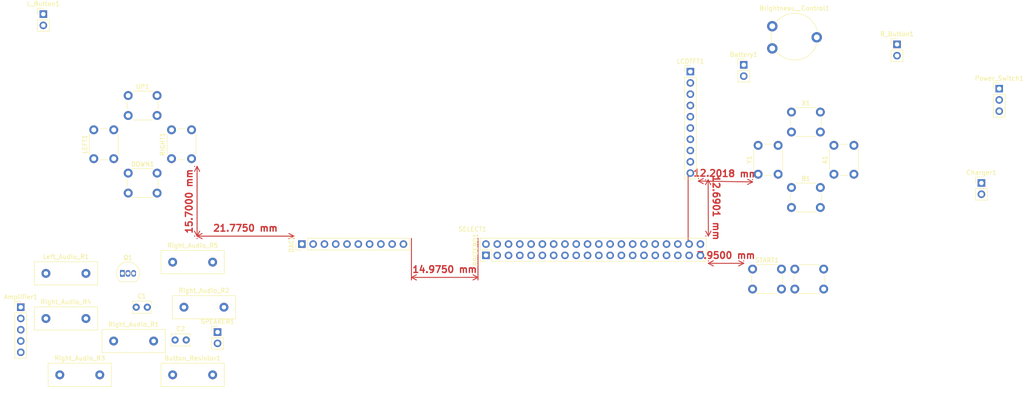
<source format=kicad_pcb>
(kicad_pcb (version 20211014) (generator pcbnew)
  (layers (0 "F.Cu" signal) (31 "B.Cu" signal) (34 "B.Paste" user) (35 "F.Paste" user) (36 "B.SilkS" user "B.Silkscreen") (37 "F.SilkS" user "F.Silkscreen") (38 "B.Mask" user) (39 "F.Mask" user) (44 "Edge.Cuts" user))
  (net 0 "")
  (net 1 "Net-(RPIZERO1-Pad32)")
  (net 2 "Net-(L_Button1-Pad2)")
  (net 3 "Net-(Amplifier1-Pad1)")
  (net 4 "Net-(RPIZERO1-Pad34)")
  (net 6 "Net-(Brightness__Control1-Pad1)")
  (net 7 "Net-(RPIZERO1-Pad15)")
  (net 8 "Net-(Power_Switch1-Pad1)")
  (net 9 "Net-(RPIZERO1-Pad14)")
  (net 10 "Net-(Brightness__Control1-Pad2)")
  (net 11 "Net-(Brightness__Control1-Pad3)")
  (net 12 "Net-(RPIZERO1-Pad39)")
  (net 13 "Net-(C1-Pad1)")
  (net 14 "Net-(SPEAKER1-Pad1)")
  (net 15 "Net-(C2-Pad2)")
  (net 17 "Net-(DAC1-Pad3)")
  (net 18 "Net-(DAC1-Pad4)")
  (net 19 "Net-(DAC1-Pad5)")
  (net 20 "Net-(DAC1-Pad6)")
  (net 21 "Net-(DAC1-Pad7)")
  (net 22 "Net-(DAC1-Pad9)")
  (net 24 "Net-(RPIZERO1-Pad31)")
  (net 26 "Net-(LCDTFT1-Pad2)")
  (net 27 "Net-(LCDTFT1-Pad4)")
  (net 28 "Net-(LCDTFT1-Pad5)")
  (net 29 "Net-(LCDTFT1-Pad6)")
  (net 30 "Net-(LCDTFT1-Pad7)")
  (net 31 "Net-(LCDTFT1-Pad8)")
  (net 32 "Net-(LCDTFT1-Pad9)")
  (net 33 "Net-(RPIZERO1-Pad33)")
  (net 34 "Net-(RPIZERO1-Pad7)")
  (net 35 "Net-(Power_Switch1-Pad2)")
  (net 37 "Net-(Q1-Pad1)")
  (net 38 "Net-(RPIZERO1-Pad37)")
  (net 44 "Net-(RPIZERO1-Pad10)")
  (net 45 "Net-(RPIZERO1-Pad11)")
  (net 46 "Net-(X1-Pad1)")
  (net 52 "Net-(RPIZERO1-Pad29)")
  (net 54 "Net-(SELECT1-Pad2)")
  (net 55 "Net-(START1-Pad2)")
  (footprint "Connector_PinHeader_2.54mm:PinHeader_1x10_P2.54mm_Vertical" (layer "F.Cu") (at 171 56.14)
    (fp_text reference "LCDTFT1" (at 0 -2.33) (layer "F.SilkS"))
    (fp_text value "Conn_01x10")
    (fp_line (start -1.33 24.19) (end 1.33 24.19) (layer "F.SilkS") (width 0.12))
    (fp_line (start 1.33 1.27) (end 1.33 24.19) (layer "F.SilkS") (width 0.12))
    (fp_line (start -1.33 -1.33) (end 0 -1.33) (layer "F.SilkS") (width 0.12))
    (fp_line (start -1.33 1.27) (end -1.33 24.19) (layer "F.SilkS") (width 0.12))
    (fp_line (start -1.33 1.27) (end 1.33 1.27) (layer "F.SilkS") (width 0.12))
    (fp_line (start -1.33 0) (end -1.33 -1.33) (layer "F.SilkS") (width 0.12))
    (pad "1" thru_hole rect locked (at 0 0) (size 1.7 1.7) (drill 1) (layers *.Cu *.Mask))
    (pad "2" thru_hole oval locked (at 0 2.54) (size 1.7 1.7) (drill 1) (layers *.Cu *.Mask) (net 26 "Net-(LCDTFT1-Pad2)"))
    (pad "3" thru_hole oval locked (at 0 5.08) (size 1.7 1.7) (drill 1) (layers *.Cu *.Mask) (net 10 "Net-(Brightness__Control1-Pad2)"))
    (pad "4" thru_hole oval locked (at 0 7.62) (size 1.7 1.7) (drill 1) (layers *.Cu *.Mask) (net 27 "Net-(LCDTFT1-Pad4)"))
    (pad "5" thru_hole oval locked (at 0 10.16) (size 1.7 1.7) (drill 1) (layers *.Cu *.Mask) (net 28 "Net-(LCDTFT1-Pad5)"))
    (pad "6" thru_hole oval locked (at 0 12.7) (size 1.7 1.7) (drill 1) (layers *.Cu *.Mask) (net 29 "Net-(LCDTFT1-Pad6)"))
    (pad "7" thru_hole oval locked (at 0 15.24) (size 1.7 1.7) (drill 1) (layers *.Cu *.Mask) (net 30 "Net-(LCDTFT1-Pad7)"))
    (pad "8" thru_hole oval locked (at 0 17.78) (size 1.7 1.7) (drill 1) (layers *.Cu *.Mask) (net 31 "Net-(LCDTFT1-Pad8)"))
    (pad "9" thru_hole oval locked (at 0 20.32) (size 1.7 1.7) (drill 1) (layers *.Cu *.Mask) (net 32 "Net-(LCDTFT1-Pad9)"))
    (pad "10" thru_hole oval locked (at 0 22.86) (size 1.7 1.7) (drill 1) (layers *.Cu *.Mask) (net 6 "Net-(Brightness__Control1-Pad1)"))
  )
  (footprint "Resistor_THT:R_Box_L14.0mm_W5.0mm_P9.00mm" (layer "F.Cu") (at 29.1 124.46)
    (fp_text reference "Right_Audio_R3" (at 4.5 -3.75) (layer "F.SilkS"))
    (fp_text value "1000")
    (fp_line (start -2.62 -2.62) (end -2.62 2.62) (layer "F.SilkS") (width 0.12))
    (fp_line (start -2.62 -2.62) (end 11.62 -2.62) (layer "F.SilkS") (width 0.12))
    (fp_line (start -2.62 2.62) (end 11.62 2.62) (layer "F.SilkS") (width 0.12))
    (fp_line (start 11.62 -2.62) (end 11.62 2.62) (layer "F.SilkS") (width 0.12))
    (pad "1" thru_hole circle (at 0 0) (size 2 2) (drill 1) (layers *.Cu *.Mask) (net 13 "Net-(C1-Pad1)"))
    (pad "2" thru_hole circle (at 9 0) (size 2 2) (drill 1) (layers *.Cu *.Mask) (net 4 "Net-(RPIZERO1-Pad34)"))
  )
  (footprint "Connector_PinHeader_2.54mm:PinHeader_1x03_P2.54mm_Vertical" (layer "F.Cu") (at 240.5 59.975)
    (fp_text reference "Power_Switch1" (at 0 -2.33) (layer "F.SilkS"))
    (fp_text value "SW_SPDT")
    (fp_line (start 1.33 1.27) (end 1.33 6.41) (layer "F.SilkS") (width 0.12))
    (fp_line (start -1.33 6.41) (end 1.33 6.41) (layer "F.SilkS") (width 0.12))
    (fp_line (start -1.33 -1.33) (end 0 -1.33) (layer "F.SilkS") (width 0.12))
    (fp_line (start -1.33 1.27) (end -1.33 6.41) (layer "F.SilkS") (width 0.12))
    (fp_line (start -1.33 0) (end -1.33 -1.33) (layer "F.SilkS") (width 0.12))
    (fp_line (start -1.33 1.27) (end 1.33 1.27) (layer "F.SilkS") (width 0.12))
    (pad "1" thru_hole rect (at 0 0) (size 1.7 1.7) (drill 1) (layers *.Cu *.Mask) (net 8 "Net-(Power_Switch1-Pad1)"))
    (pad "2" thru_hole oval (at 0 2.54) (size 1.7 1.7) (drill 1) (layers *.Cu *.Mask) (net 35 "Net-(Power_Switch1-Pad2)"))
    (pad "3" thru_hole oval (at 0 5.08) (size 1.7 1.7) (drill 1) (layers *.Cu *.Mask))
  )
  (footprint "Capacitor_THT:C_Rect_L4.0mm_W2.5mm_P2.50mm" (layer "F.Cu") (at 55.05 116.6)
    (fp_text reference "C2" (at 1.25 -2.5) (layer "F.SilkS"))
    (fp_text value "C_Polarized_Small")
    (fp_line (start -0.87 1.37) (end 3.37 1.37) (layer "F.SilkS") (width 0.12))
    (fp_line (start -0.87 -1.37) (end -0.87 -0.665) (layer "F.SilkS") (width 0.12))
    (fp_line (start 3.37 -1.37) (end 3.37 -0.665) (layer "F.SilkS") (width 0.12))
    (fp_line (start -0.87 -1.37) (end 3.37 -1.37) (layer "F.SilkS") (width 0.12))
    (fp_line (start -0.87 0.665) (end -0.87 1.37) (layer "F.SilkS") (width 0.12))
    (fp_line (start 3.37 0.665) (end 3.37 1.37) (layer "F.SilkS") (width 0.12))
    (pad "1" thru_hole circle (at 0 0) (size 1.6 1.6) (drill 0.8) (layers *.Cu *.Mask) (net 14 "Net-(SPEAKER1-Pad1)"))
    (pad "2" thru_hole circle (at 2.5 0) (size 1.6 1.6) (drill 0.8) (layers *.Cu *.Mask) (net 15 "Net-(C2-Pad2)"))
  )
  (footprint "Connector_PinHeader_2.54mm:PinHeader_1x02_P2.54mm_Vertical" (layer "F.Cu") (at 217.5 50)
    (fp_text reference "R_Button1" (at 0 -2.33) (layer "F.SilkS"))
    (fp_text value "Conn_01x02")
    (fp_line (start -1.33 3.87) (end 1.33 3.87) (layer "F.SilkS") (width 0.12))
    (fp_line (start -1.33 -1.33) (end 0 -1.33) (layer "F.SilkS") (width 0.12))
    (fp_line (start -1.33 0) (end -1.33 -1.33) (layer "F.SilkS") (width 0.12))
    (fp_line (start -1.33 1.27) (end -1.33 3.87) (layer "F.SilkS") (width 0.12))
    (fp_line (start -1.33 1.27) (end 1.33 1.27) (layer "F.SilkS") (width 0.12))
    (fp_line (start 1.33 1.27) (end 1.33 3.87) (layer "F.SilkS") (width 0.12))
    (pad "1" thru_hole rect (at 0 0) (size 1.7 1.7) (drill 1) (layers *.Cu *.Mask) (net 44 "Net-(RPIZERO1-Pad10)"))
    (pad "2" thru_hole oval (at 0 2.54) (size 1.7 1.7) (drill 1) (layers *.Cu *.Mask) (net 2 "Net-(L_Button1-Pad2)"))
  )
  (footprint "Connector_PinHeader_2.54mm:PinHeader_2x20_P2.54mm_Vertical" (layer "F.Cu") (at 125 97.54 90)
    (fp_text reference "RPIZERO1" (at 1.27 -2.33 90) (layer "F.SilkS"))
    (fp_text value "Conn_02x20_Odd_Even")
    (fp_line (start -1.33 -1.33) (end 0 -1.33) (layer "F.SilkS") (width 0.12))
    (fp_line (start -1.33 0) (end -1.33 -1.33) (layer "F.SilkS") (width 0.12))
    (fp_line (start 3.87 -1.33) (end 3.87 49.59) (layer "F.SilkS") (width 0.12))
    (fp_line (start 1.27 -1.33) (end 3.87 -1.33) (layer "F.SilkS") (width 0.12))
    (fp_line (start -1.33 1.27) (end -1.33 49.59) (layer "F.SilkS") (width 0.12))
    (fp_line (start 1.27 1.27) (end 1.27 -1.33) (layer "F.SilkS") (width 0.12))
    (fp_line (start -1.33 1.27) (end 1.27 1.27) (layer "F.SilkS") (width 0.12))
    (fp_line (start -1.33 49.59) (end 3.87 49.59) (layer "F.SilkS") (width 0.12))
    (pad "1" thru_hole rect locked (at 0 0 90) (size 1.7 1.7) (drill 1) (layers *.Cu *.Mask))
    (pad "2" thru_hole oval locked (at 2.54 0 90) (size 1.7 1.7) (drill 1) (layers *.Cu *.Mask) (net 35 "Net-(Power_Switch1-Pad2)"))
    (pad "3" thru_hole oval locked (at 0 2.54 90) (size 1.7 1.7) (drill 1) (layers *.Cu *.Mask))
    (pad "4" thru_hole oval locked (at 2.54 2.54 90) (size 1.7 1.7) (drill 1) (layers *.Cu *.Mask) (net 6 "Net-(Brightness__Control1-Pad1)"))
    (pad "5" thru_hole oval locked (at 0 5.08 90) (size 1.7 1.7) (drill 1) (layers *.Cu *.Mask))
    (pad "6" thru_hole oval locked (at 2.54 5.08 90) (size 1.7 1.7) (drill 1) (layers *.Cu *.Mask) (net 17 "Net-(DAC1-Pad3)"))
    (pad "7" thru_hole oval locked (at 0 7.62 90) (size 1.7 1.7) (drill 1) (layers *.Cu *.Mask) (net 34 "Net-(RPIZERO1-Pad7)"))
    (pad "8" thru_hole oval locked (at 2.54 7.62 90) (size 1.7 1.7) (drill 1) (layers *.Cu *.Mask))
    (pad "9" thru_hole oval locked (at 0 10.16 90) (size 1.7 1.7) (drill 1) (layers *.Cu *.Mask))
    (pad "10" thru_hole oval locked (at 2.54 10.16 90) (size 1.7 1.7) (drill 1) (layers *.Cu *.Mask) (net 44 "Net-(RPIZERO1-Pad10)"))
    (pad "11" thru_hole oval locked (at 0 12.7 90) (size 1.7 1.7) (drill 1) (layers *.Cu *.Mask) (net 45 "Net-(RPIZERO1-Pad11)"))
    (pad "12" thru_hole oval locked (at 2.54 12.7 90) (size 1.7 1.7) (drill 1) (layers *.Cu *.Mask) (net 20 "Net-(DAC1-Pad6)"))
    (pad "13" thru_hole oval locked (at 0 15.24 90) (size 1.7 1.7) (drill 1) (layers *.Cu *.Mask) (net 46 "Net-(X1-Pad1)"))
    (pad "14" thru_hole oval locked (at 2.54 15.24 90) (size 1.7 1.7) (drill 1) (layers *.Cu *.Mask) (net 9 "Net-(RPIZERO1-Pad14)"))
    (pad "15" thru_hole oval locked (at 0 17.78 90) (size 1.7 1.7) (drill 1) (layers *.Cu *.Mask) (net 7 "Net-(RPIZERO1-Pad15)"))
    (pad "16" thru_hole oval locked (at 2.54 17.78 90) (size 1.7 1.7) (drill 1) (layers *.Cu *.Mask))
    (pad "17" thru_hole oval locked (at 0 20.32 90) (size 1.7 1.7) (drill 1) (layers *.Cu *.Mask))
    (pad "18" thru_hole oval locked (at 2.54 20.32 90) (size 1.7 1.7) (drill 1) (layers *.Cu *.Mask) (net 29 "Net-(LCDTFT1-Pad6)"))
    (pad "19" thru_hole oval locked (at 0 22.86 90) (size 1.7 1.7) (drill 1) (layers *.Cu *.Mask) (net 28 "Net-(LCDTFT1-Pad5)"))
    (pad "20" thru_hole oval locked (at 2.54 22.86 90) (size 1.7 1.7) (drill 1) (layers *.Cu *.Mask) (net 32 "Net-(LCDTFT1-Pad9)"))
    (pad "21" thru_hole oval locked (at 0 25.4 90) (size 1.7 1.7) (drill 1) (layers *.Cu *.Mask) (net 26 "Net-(LCDTFT1-Pad2)"))
    (pad "22" thru_hole oval locked (at 2.54 25.4 90) (size 1.7 1.7) (drill 1) (layers *.Cu *.Mask) (net 30 "Net-(LCDTFT1-Pad7)"))
    (pad "23" thru_hole oval locked (at 0 27.94 90) (size 1.7 1.7) (drill 1) (layers *.Cu *.Mask) (net 27 "Net-(LCDTFT1-Pad4)"))
    (pad "24" thru_hole oval locked (at 2.54 27.94 90) (size 1.7 1.7) (drill 1) (layers *.Cu *.Mask) (net 31 "Net-(LCDTFT1-Pad8)"))
    (pad "25" thru_hole oval locked (at 0 30.48 90) (size 1.7 1.7) (drill 1) (layers *.Cu *.Mask) (net 11 "Net-(Brightness__Control1-Pad3)"))
    (pad "26" thru_hole oval locked (at 2.54 30.48 90) (size 1.7 1.7) (drill 1) (layers *.Cu *.Mask))
    (pad "27" thru_hole oval locked (at 0 33.02 90) (size 1.7 1.7) (drill 1) (layers *.Cu *.Mask))
    (pad "28" thru_hole oval locked (at 2.54 33.02 90) (size 1.7 1.7) (drill 1) (layers *.Cu *.Mask))
    (pad "29" thru_hole oval locked (at 0 35.56 90) (size 1.7 1.7) (drill 1) (layers *.Cu *.Mask) (net 52 "Net-(RPIZERO1-Pad29)"))
    (pad "30" thru_hole oval locked (at 2.54 35.56 90) (size 1.7 1.7) (drill 1) (layers *.Cu *.Mask))
    (pad "31" thru_hole oval locked (at 0 38.1 90) (size 1.7 1.7) (drill 1) (layers *.Cu *.Mask) (net 24 "Net-(RPIZERO1-Pad31)"))
    (pad "32" thru_hole oval locked (at 2.54 38.1 90) (size 1.7 1.7) (drill 1) (layers *.Cu *.Mask) (net 1 "Net-(RPIZERO1-Pad32)"))
    (pad "33" thru_hole oval locked (at 0 40.64 90) (size 1.7 1.7) (drill 1) (layers *.Cu *.Mask) (net 33 "Net-(RPIZERO1-Pad33)"))
    (pad "34" thru_hole oval locked (at 2.54 40.64 90) (size 1.7 1.7) (drill 1) (layers *.Cu *.Mask) (net 4 "Net-(RPIZERO1-Pad34)"))
    (pad "35" thru_hole oval locked (at 0 43.18 90) (size 1.7 1.7) (drill 1) (layers *.Cu *.Mask) (net 18 "Net-(DAC1-Pad4)"))
    (pad "36" thru_hole oval locked (at 2.54 43.18 90) (size 1.7 1.7) (drill 1) (layers *.Cu *.Mask) (net 54 "Net-(SELECT1-Pad2)"))
    (pad "37" thru_hole oval locked (at 0 45.72 90) (size 1.7 1.7) (drill 1) (layers *.Cu *.Mask) (net 38 "Net-(RPIZERO1-Pad37)"))
    (pad "38" thru_hole oval locked (at 2.54 45.72 90) (size 1.7 1.7) (drill 1) (layers *.Cu *.Mask) (net 55 "Net-(START1-Pad2)"))
    (pad "39" thru_hole oval locked (at 0 48.26 90) (size 1.7 1.7) (drill 1) (layers *.Cu *.Mask) (net 12 "Net-(RPIZERO1-Pad39)"))
    (pad "40" thru_hole oval locked (at 2.54 48.26 90) (size 1.7 1.7) (drill 1) (layers *.Cu *.Mask) (net 19 "Net-(DAC1-Pad5)"))
  )
  (footprint "Button_Switch_THT:SW_PUSH_6mm" (layer "F.Cu") (at 44.492271 61.524761)
    (fp_text reference "UP1" (at 3.25 -2) (layer "F.SilkS"))
    (fp_text value "SW_Push_Dual")
    (fp_line (start 5.5 -1) (end 1 -1) (layer "F.SilkS") (width 0.12))
    (fp_line (start 1 5.5) (end 5.5 5.5) (layer "F.SilkS") (width 0.12))
    (fp_line (start -0.25 1.5) (end -0.25 3) (layer "F.SilkS") (width 0.12))
    (fp_line (start 6.75 3) (end 6.75 1.5) (layer "F.SilkS") (width 0.12))
    (pad "1" thru_hole circle locked (at 0 0 90) (size 2 2) (drill 1.1) (layers *.Cu *.Mask) (net 2 "Net-(L_Button1-Pad2)"))
    (pad "1" thru_hole circle locked (at 6.5 0 90) (size 2 2) (drill 1.1) (layers *.Cu *.Mask) (net 2 "Net-(L_Button1-Pad2)"))
    (pad "2" thru_hole circle locked (at 0 4.5 90) (size 2 2) (drill 1.1) (layers *.Cu *.Mask) (net 52 "Net-(RPIZERO1-Pad29)"))
    (pad "2" thru_hole circle locked (at 6.5 4.5 90) (size 2 2) (drill 1.1) (layers *.Cu *.Mask) (net 52 "Net-(RPIZERO1-Pad29)"))
  )
  (footprint "Connector_PinHeader_2.54mm:PinHeader_1x02_P2.54mm_Vertical" (layer "F.Cu") (at 236.5 81.225)
    (fp_text reference "Charger1" (at 0 -2.33) (layer "F.SilkS"))
    (fp_text value "Conn_01x02")
    (fp_line (start -1.33 1.27) (end 1.33 1.27) (layer "F.SilkS") (width 0.12))
    (fp_line (start 1.33 1.27) (end 1.33 3.87) (layer "F.SilkS") (width 0.12))
    (fp_line (start -1.33 3.87) (end 1.33 3.87) (layer "F.SilkS") (width 0.12))
    (fp_line (start -1.33 0) (end -1.33 -1.33) (layer "F.SilkS") (width 0.12))
    (fp_line (start -1.33 -1.33) (end 0 -1.33) (layer "F.SilkS") (width 0.12))
    (fp_line (start -1.33 1.27) (end -1.33 3.87) (layer "F.SilkS") (width 0.12))
    (pad "1" thru_hole rect (at 0 0) (size 1.7 1.7) (drill 1) (layers *.Cu *.Mask) (net 8 "Net-(Power_Switch1-Pad1)"))
    (pad "2" thru_hole oval (at 0 2.54) (size 1.7 1.7) (drill 1) (layers *.Cu *.Mask) (net 9 "Net-(RPIZERO1-Pad14)"))
  )
  (footprint "Resistor_THT:R_Box_L14.0mm_W5.0mm_P9.00mm" (layer "F.Cu") (at 54.5 99.06)
    (fp_text reference "Right_Audio_R5" (at 4.5 -3.75) (layer "F.SilkS"))
    (fp_text value "20")
    (fp_line (start -2.62 2.62) (end 11.62 2.62) (layer "F.SilkS") (width 0.12))
    (fp_line (start -2.62 -2.62) (end -2.62 2.62) (layer "F.SilkS") (width 0.12))
    (fp_line (start -2.62 -2.62) (end 11.62 -2.62) (layer "F.SilkS") (width 0.12))
    (fp_line (start 11.62 -2.62) (end 11.62 2.62) (layer "F.SilkS") (width 0.12))
    (pad "1" thru_hole circle (at 0 0) (size 2 2) (drill 1) (layers *.Cu *.Mask) (net 37 "Net-(Q1-Pad1)"))
    (pad "2" thru_hole circle (at 9 0) (size 2 2) (drill 1) (layers *.Cu *.Mask) (net 4 "Net-(RPIZERO1-Pad34)"))
  )
  (footprint "Potentiometer_THT:Potentiometer_Piher_PT-10-V10_Vertical" (layer "F.Cu") (at 189.435 50.91)
    (fp_text reference "Brightness__Control1" (at 5 -9.05) (layer "F.SilkS"))
    (fp_text value "10k")
    (fp_arc (start 10.039726 -1.109201) (mid 8.134716 1.586326) (end 5 2.62) (layer "F.SilkS") (width 0.12))
    (fp_arc (start 5.09203 2.619358) (mid 2.983245 2.219015) (end 1.209 1.011) (layer "F.SilkS") (width 0.12))
    (fp_arc (start -0.11439 -1.375119) (mid -0.269093 -2.512295) (end -0.174 -3.656) (layer "F.SilkS") (width 0.12))
    (fp_arc (start 0.963379 -6.038474) (mid 6.186565 -7.784991) (end 10.114 -3.924) (layer "F.SilkS") (width 0.12))
    (pad "1" thru_hole circle (at 0 0) (size 2.34 2.34) (drill 1.3) (layers *.Cu *.Mask) (net 6 "Net-(Brightness__Control1-Pad1)"))
    (pad "2" thru_hole circle (at 10 -2.5) (size 2.34 2.34) (drill 1.3) (layers *.Cu *.Mask) (net 10 "Net-(Brightness__Control1-Pad2)"))
    (pad "3" thru_hole circle (at 0 -5) (size 2.34 2.34) (drill 1.3) (layers *.Cu *.Mask) (net 11 "Net-(Brightness__Control1-Pad3)"))
  )
  (footprint "Connector_PinHeader_2.54mm:PinHeader_1x02_P2.54mm_Vertical" (layer "F.Cu") (at 64.6 114.825)
    (fp_text reference "SPEAKER1" (at 0 -2.33) (layer "F.SilkS"))
    (fp_text value "Conn_01x02")
    (fp_line (start -1.33 1.27) (end -1.33 3.87) (layer "F.SilkS") (width 0.12))
    (fp_line (start -1.33 -1.33) (end 0 -1.33) (layer "F.SilkS") (width 0.12))
    (fp_line (start -1.33 0) (end -1.33 -1.33) (layer "F.SilkS") (width 0.12))
    (fp_line (start -1.33 3.87) (end 1.33 3.87) (layer "F.SilkS") (width 0.12))
    (fp_line (start -1.33 1.27) (end 1.33 1.27) (layer "F.SilkS") (width 0.12))
    (fp_line (start 1.33 1.27) (end 1.33 3.87) (layer "F.SilkS") (width 0.12))
    (pad "1" thru_hole rect (at 0 0) (size 1.7 1.7) (drill 1) (layers *.Cu *.Mask) (net 14 "Net-(SPEAKER1-Pad1)"))
    (pad "2" thru_hole oval (at 0 2.54) (size 1.7 1.7) (drill 1) (layers *.Cu *.Mask) (net 4 "Net-(RPIZERO1-Pad34)"))
  )
  (footprint "Button_Switch_THT:SW_PUSH_6mm" (layer "F.Cu") (at 203.3 79.25 90)
    (fp_text reference "A1" (at 3.25 -2 90) (layer "F.SilkS"))
    (fp_text value "SW_Push_Dual")
    (fp_line (start 1 5.5) (end 5.5 5.5) (layer "F.SilkS") (width 0.12))
    (fp_line (start -0.25 1.5) (end -0.25 3) (layer "F.SilkS") (width 0.12))
    (fp_line (start 5.5 -1) (end 1 -1) (layer "F.SilkS") (width 0.12))
    (fp_line (start 6.75 3) (end 6.75 1.5) (layer "F.SilkS") (width 0.12))
    (pad "1" thru_hole circle locked (at 0 0 180) (size 2 2) (drill 1.1) (layers *.Cu *.Mask) (net 1 "Net-(RPIZERO1-Pad32)"))
    (pad "1" thru_hole circle locked (at 6.5 0 180) (size 2 2) (drill 1.1) (layers *.Cu *.Mask) (net 1 "Net-(RPIZERO1-Pad32)"))
    (pad "2" thru_hole circle locked (at 6.5 4.5 180) (size 2 2) (drill 1.1) (layers *.Cu *.Mask) (net 2 "Net-(L_Button1-Pad2)"))
    (pad "2" thru_hole circle locked (at 0 4.5 180) (size 2 2) (drill 1.1) (layers *.Cu *.Mask) (net 2 "Net-(L_Button1-Pad2)"))
  )
  (footprint "Button_Switch_THT:SW_PUSH_6mm" (layer "F.Cu") (at 44.5 79)
    (fp_text reference "DOWN1" (at 3.25 -2) (layer "F.SilkS"))
    (fp_text value "SW_Push_Dual")
    (fp_line (start 5.5 -1) (end 1 -1) (layer "F.SilkS") (width 0.12))
    (fp_line (start 1 5.5) (end 5.5 5.5) (layer "F.SilkS") (width 0.12))
    (fp_line (start 6.75 3) (end 6.75 1.5) (layer "F.SilkS") (width 0.12))
    (fp_line (start -0.25 1.5) (end -0.25 3) (layer "F.SilkS") (width 0.12))
    (pad "1" thru_hole circle locked (at 0 0 90) (size 2 2) (drill 1.1) (layers *.Cu *.Mask) (net 2 "Net-(L_Button1-Pad2)"))
    (pad "1" thru_hole circle locked (at 6.5 0 90) (size 2 2) (drill 1.1) (layers *.Cu *.Mask) (net 2 "Net-(L_Button1-Pad2)"))
    (pad "2" thru_hole circle locked (at 0 4.5 90) (size 2 2) (drill 1.1) (layers *.Cu *.Mask) (net 24 "Net-(RPIZERO1-Pad31)"))
    (pad "2" thru_hole circle locked (at 6.5 4.5 90) (size 2 2) (drill 1.1) (layers *.Cu *.Mask) (net 24 "Net-(RPIZERO1-Pad31)"))
  )
  (footprint "Button_Switch_THT:SW_PUSH_6mm" (layer "F.Cu") (at 193.75 82.25)
    (fp_text reference "B1" (at 3.25 -2) (layer "F.SilkS"))
    (fp_text value "SW_Push_Dual")
    (fp_line (start 1 5.5) (end 5.5 5.5) (layer "F.SilkS") (width 0.12))
    (fp_line (start 6.75 3) (end 6.75 1.5) (layer "F.SilkS") (width 0.12))
    (fp_line (start -0.25 1.5) (end -0.25 3) (layer "F.SilkS") (width 0.12))
    (fp_line (start 5.5 -1) (end 1 -1) (layer "F.SilkS") (width 0.12))
    (pad "1" thru_hole circle locked (at 6.5 0 90) (size 2 2) (drill 1.1) (layers *.Cu *.Mask) (net 7 "Net-(RPIZERO1-Pad15)"))
    (pad "1" thru_hole circle locked (at 0 0 90) (size 2 2) (drill 1.1) (layers *.Cu *.Mask) (net 7 "Net-(RPIZERO1-Pad15)"))
    (pad "2" thru_hole circle locked (at 6.5 4.5 90) (size 2 2) (drill 1.1) (layers *.Cu *.Mask) (net 2 "Net-(L_Button1-Pad2)"))
    (pad "2" thru_hole circle locked (at 0 4.5 90) (size 2 2) (drill 1.1) (layers *.Cu *.Mask) (net 2 "Net-(L_Button1-Pad2)"))
  )
  (footprint "Connector_PinHeader_2.54mm:PinHeader_1x02_P2.54mm_Vertical" (layer "F.Cu") (at 183.01 54.615)
    (fp_text reference "Battery1" (at 0 -2.33) (layer "F.SilkS"))
    (fp_text value "Conn_01x02")
    (fp_line (start -1.33 0) (end -1.33 -1.33) (layer "F.SilkS") (width 0.12))
    (fp_line (start 1.33 1.27) (end 1.33 3.87) (layer "F.SilkS") (width 0.12))
    (fp_line (start -1.33 1.27) (end 1.33 1.27) (layer "F.SilkS") (width 0.12))
    (fp_line (start -1.33 1.27) (end -1.33 3.87) (layer "F.SilkS") (width 0.12))
    (fp_line (start -1.33 3.87) (end 1.33 3.87) (layer "F.SilkS") (width 0.12))
    (fp_line (start -1.33 -1.33) (end 0 -1.33) (layer "F.SilkS") (width 0.12))
    (pad "1" thru_hole rect (at 0 0) (size 1.7 1.7) (drill 1) (layers *.Cu *.Mask) (net 8 "Net-(Power_Switch1-Pad1)"))
    (pad "2" thru_hole oval (at 0 2.54) (size 1.7 1.7) (drill 1) (layers *.Cu *.Mask) (net 9 "Net-(RPIZERO1-Pad14)"))
  )
  (footprint "Button_Switch_THT:SW_PUSH_6mm" (layer "F.Cu") (at 186.25 79.25 90)
    (fp_text reference "Y1" (at 3.25 -2 90) (layer "F.SilkS"))
    (fp_text value "SW_Push_Dual")
    (fp_line (start 5.5 -1) (end 1 -1) (layer "F.SilkS") (width 0.12))
    (fp_line (start 6.75 3) (end 6.75 1.5) (layer "F.SilkS") (width 0.12))
    (fp_line (start -0.25 1.5) (end -0.25 3) (layer "F.SilkS") (width 0.12))
    (fp_line (start 1 5.5) (end 5.5 5.5) (layer "F.SilkS") (width 0.12))
    (pad "1" thru_hole circle locked (at 6.5 0 180) (size 2 2) (drill 1.1) (layers *.Cu *.Mask) (net 45 "Net-(RPIZERO1-Pad11)"))
    (pad "1" thru_hole circle locked (at 0 0 180) (size 2 2) (drill 1.1) (layers *.Cu *.Mask) (net 45 "Net-(RPIZERO1-Pad11)"))
    (pad "2" thru_hole circle locked (at 0 4.5 180) (size 2 2) (drill 1.1) (layers *.Cu *.Mask) (net 2 "Net-(L_Button1-Pad2)"))
    (pad "2" thru_hole circle locked (at 6.5 4.5 180) (size 2 2) (drill 1.1) (layers *.Cu *.Mask) (net 2 "Net-(L_Button1-Pad2)"))
  )
  (footprint "Resistor_THT:R_Box_L14.0mm_W5.0mm_P9.00mm" (layer "F.Cu") (at 57.04 109.22)
    (fp_text reference "Right_Audio_R2" (at 4.5 -3.75) (layer "F.SilkS"))
    (fp_text value "3220")
    (fp_line (start -2.62 2.62) (end 11.62 2.62) (layer "F.SilkS") (width 0.12))
    (fp_line (start 11.62 -2.62) (end 11.62 2.62) (layer "F.SilkS") (width 0.12))
    (fp_line (start -2.62 -2.62) (end 11.62 -2.62) (layer "F.SilkS") (width 0.12))
    (fp_line (start -2.62 -2.62) (end -2.62 2.62) (layer "F.SilkS") (width 0.12))
    (pad "1" thru_hole circle (at 0 0) (size 2 2) (drill 1) (layers *.Cu *.Mask) (net 6 "Net-(Brightness__Control1-Pad1)"))
    (pad "2" thru_hole circle (at 9 0) (size 2 2) (drill 1) (layers *.Cu *.Mask) (net 13 "Net-(C1-Pad1)"))
  )
  (footprint "Resistor_THT:R_Box_L14.0mm_W5.0mm_P9.00mm" (layer "F.Cu") (at 25.98 111.76)
    (fp_text reference "Right_Audio_R4" (at 4.5 -3.75) (layer "F.SilkS"))
    (fp_text value "100")
    (fp_line (start -2.62 2.62) (end 11.62 2.62) (layer "F.SilkS") (width 0.12))
    (fp_line (start -2.62 -2.62) (end -2.62 2.62) (layer "F.SilkS") (width 0.12))
    (fp_line (start -2.62 -2.62) (end 11.62 -2.62) (layer "F.SilkS") (width 0.12))
    (fp_line (start 11.62 -2.62) (end 11.62 2.62) (layer "F.SilkS") (width 0.12))
    (pad "1" thru_hole circle (at 0 0) (size 2 2) (drill 1) (layers *.Cu *.Mask) (net 6 "Net-(Brightness__Control1-Pad1)"))
    (pad "2" thru_hole circle (at 9 0) (size 2 2) (drill 1) (layers *.Cu *.Mask) (net 15 "Net-(C2-Pad2)"))
  )
  (footprint "Resistor_THT:R_Box_L14.0mm_W5.0mm_P9.00mm" (layer "F.Cu") (at 54.5 124.46)
    (fp_text reference "Button_Resistor1" (at 4.5 -3.75) (layer "F.SilkS"))
    (fp_text value "10k")
    (fp_line (start 11.62 -2.62) (end 11.62 2.62) (layer "F.SilkS") (width 0.12))
    (fp_line (start -2.62 -2.62) (end 11.62 -2.62) (layer "F.SilkS") (width 0.12))
    (fp_line (start -2.62 2.62) (end 11.62 2.62) (layer "F.SilkS") (width 0.12))
    (fp_line (start -2.62 -2.62) (end -2.62 2.62) (layer "F.SilkS") (width 0.12))
    (pad "1" thru_hole circle (at 0 0) (size 2 2) (drill 1) (layers *.Cu *.Mask) (net 12 "Net-(RPIZERO1-Pad39)"))
    (pad "2" thru_hole circle (at 9 0) (size 2 2) (drill 1) (layers *.Cu *.Mask) (net 2 "Net-(L_Button1-Pad2)"))
  )
  (footprint "Capacitor_THT:C_Rect_L4.0mm_W2.5mm_P2.50mm" (layer "F.Cu") (at 46.3 109.22)
    (fp_text reference "C1" (at 1.25 -2.5) (layer "F.SilkS"))
    (fp_text value "C_Polarized_Small")
    (fp_line (start -0.87 -1.37) (end 3.37 -1.37) (layer "F.SilkS") (width 0.12))
    (fp_line (start -0.87 -1.37) (end -0.87 -0.665) (layer "F.SilkS") (width 0.12))
    (fp_line (start 3.37 -1.37) (end 3.37 -0.665) (layer "F.SilkS") (width 0.12))
    (fp_line (start -0.87 1.37) (end 3.37 1.37) (layer "F.SilkS") (width 0.12))
    (fp_line (start 3.37 0.665) (end 3.37 1.37) (layer "F.SilkS") (width 0.12))
    (fp_line (start -0.87 0.665) (end -0.87 1.37) (layer "F.SilkS") (width 0.12))
    (pad "1" thru_hole circle (at 0 0) (size 1.6 1.6) (drill 0.8) (layers *.Cu *.Mask) (net 13 "Net-(C1-Pad1)"))
    (pad "2" thru_hole circle (at 2.5 0) (size 1.6 1.6) (drill 0.8) (layers *.Cu *.Mask) (net 3 "Net-(Amplifier1-Pad1)"))
  )
  (footprint "Package_TO_SOT_THT:TO-92_Inline" (layer "F.Cu") (at 43.18 101.6)
    (fp_text reference "Q1" (at 1.27 -3.56) (layer "F.SilkS"))
    (fp_text value "S8050")
    (fp_line (start -0.53 1.85) (end 3.07 1.85) (layer "F.SilkS") (width 0.12))
    (fp_arc (start 1.27 -2.6) (mid 3.672087 -0.994977) (end 3.108478 1.838478) (layer "F.SilkS") (width 0.12))
    (fp_arc (start -0.568478 1.838478) (mid -1.132087 -0.994977) (end 1.27 -2.6) (layer "F.SilkS") (width 0.12))
    (pad "1" thru_hole rect (at 0 0) (size 1.05 1.5) (drill 0.75) (layers *.Cu *.Mask) (net 37 "Net-(Q1-Pad1)"))
    (pad "2" thru_hole oval (at 1.27 0) (size 1.05 1.5) (drill 0.75) (layers *.Cu *.Mask) (net 13 "Net-(C1-Pad1)"))
    (pad "3" thru_hole oval (at 2.54 0) (size 1.05 1.5) (drill 0.75) (layers *.Cu *.Mask) (net 15 "Net-(C2-Pad2)"))
  )
  (footprint "Button_Switch_THT:SW_PUSH_6mm" (layer "F.Cu") (at 194.5 100.625)
    (fp_text reference locked "SELECT1" (at -72.53 -8.99) (layer "F.SilkS"))
    (fp_text value "SW_Push_Dual")
    (fp_line (start 1 5.5) (end 5.5 5.5) (layer "F.SilkS") (width 0.12))
    (fp_line (start 6.75 3) (end 6.75 1.5) (layer "F.SilkS") (width 0.12))
    (fp_line (start -0.25 1.5) (end -0.25 3) (layer "F.SilkS") (width 0.12))
    (fp_line (start 5.5 -1) (end 1 -1) (layer "F.SilkS") (width 0.12))
    (pad "1" thru_hole circle locked (at 0 0 90) (size 2 2) (drill 1.1) (layers *.Cu *.Mask) (net 2 "Net-(L_Button1-Pad2)"))
    (pad "1" thru_hole circle locked (at 6.5 0 90) (size 2 2) (drill 1.1) (layers *.Cu *.Mask) (net 2 "Net-(L_Button1-Pad2)"))
    (pad "2" thru_hole circle locked (at 6.5 4.5 90) (size 2 2) (drill 1.1) (layers *.Cu *.Mask) (net 54 "Net-(SELECT1-Pad2)"))
    (pad "2" thru_hole circle locked (at 0 4.5 90) (size 2 2) (drill 1.1) (layers *.Cu *.Mask) (net 54 "Net-(SELECT1-Pad2)"))
  )
  (footprint "Button_Switch_THT:SW_PUSH_6mm" (layer "F.Cu") (at 36.75 75.75 90)
    (fp_text reference "LEFT1" (at 3.25 -2 90) (layer "F.SilkS"))
    (fp_text value "SW_Push_Dual")
    (fp_line (start -0.25 1.5) (end -0.25 3) (layer "F.SilkS") (width 0.12))
    (fp_line (start 6.75 3) (end 6.75 1.5) (layer "F.SilkS") (width 0.12))
    (fp_line (start 5.5 -1) (end 1 -1) (layer "F.SilkS") (width 0.12))
    (fp_line (start 1 5.5) (end 5.5 5.5) (layer "F.SilkS") (width 0.12))
    (pad "1" thru_hole circle locked (at 6.5 0 180) (size 2 2) (drill 1.1) (layers *.Cu *.Mask) (net 2 "Net-(L_Button1-Pad2)"))
    (pad "1" thru_hole circle locked (at 0 0 180) (size 2 2) (drill 1.1) (layers *.Cu *.Mask) (net 2 "Net-(L_Button1-Pad2)"))
    (pad "2" thru_hole circle locked (at 6.5 4.5 180) (size 2 2) (drill 1.1) (layers *.Cu *.Mask) (net 33 "Net-(RPIZERO1-Pad33)"))
    (pad "2" thru_hole circle locked (at 0 4.5 180) (size 2 2) (drill 1.1) (layers *.Cu *.Mask) (net 33 "Net-(RPIZERO1-Pad33)"))
  )
  (footprint "Connector_PinHeader_2.54mm:PinHeader_1x05_P2.54mm_Vertical" (layer "F.Cu") (at 20.32 109.22)
    (fp_text reference "Amplifier1" (at 0 -2.33) (layer "F.SilkS"))
    (fp_text value "Conn_01x05")
    (fp_line (start 1.33 1.27) (end 1.33 11.49) (layer "F.SilkS") (width 0.12))
    (fp_line (start -1.33 0) (end -1.33 -1.33) (layer "F.SilkS") (width 0.12))
    (fp_line (start -1.33 1.27) (end -1.33 11.49) (layer "F.SilkS") (width 0.12))
    (fp_line (start -1.33 1.27) (end 1.33 1.27) (layer "F.SilkS") (width 0.12))
    (fp_line (start -1.33 -1.33) (end 0 -1.33) (layer "F.SilkS") (width 0.12))
    (fp_line (start -1.33 11.49) (end 1.33 11.49) (layer "F.SilkS") (width 0.12))
    (pad "1" thru_hole rect (at 0 0) (size 1.7 1.7) (drill 1) (layers *.Cu *.Mask) (net 3 "Net-(Amplifier1-Pad1)"))
    (pad "2" thru_hole oval (at 0 2.54) (size 1.7 1.7) (drill 1) (layers *.Cu *.Mask) (net 4 "Net-(RPIZERO1-Pad34)"))
    (pad "3" thru_hole oval (at 0 5.08) (size 1.7 1.7) (drill 1) (layers *.Cu *.Mask))
    (pad "4" thru_hole oval (at 0 7.62) (size 1.7 1.7) (drill 1) (layers *.Cu *.Mask) (net 6 "Net-(Brightness__Control1-Pad1)"))
    (pad "5" thru_hole oval (at 0 10.16) (size 1.7 1.7) (drill 1) (layers *.Cu *.Mask) (net 4 "Net-(RPIZERO1-Pad34)"))
  )
  (footprint "Button_Switch_THT:SW_PUSH_6mm" (layer "F.Cu") (at 185 100.625)
    (fp_text reference "START1" (at 3.25 -2) (layer "F.SilkS"))
    (fp_text value "SW_Push_Dual")
    (fp_line (start -0.25 1.5) (end -0.25 3) (layer "F.SilkS") (width 0.12))
    (fp_line (start 1 5.5) (end 5.5 5.5) (layer "F.SilkS") (width 0.12))
    (fp_line (start 6.75 3) (end 6.75 1.5) (layer "F.SilkS") (width 0.12))
    (fp_line (start 5.5 -1) (end 1 -1) (layer "F.SilkS") (width 0.12))
    (pad "1" thru_hole circle locked (at 0 0 90) (size 2 2) (drill 1.1) (layers *.Cu *.Mask) (net 2 "Net-(L_Button1-Pad2)"))
    (pad "1" thru_hole circle locked (at 6.5 0 90) (size 2 2) (drill 1.1) (layers *.Cu *.Mask) (net 2 "Net-(L_Button1-Pad2)"))
    (pad "2" thru_hole circle locked (at 0 4.5 90) (size 2 2) (drill 1.1) (layers *.Cu *.Mask) (net 55 "Net-(START1-Pad2)"))
    (pad "2" thru_hole circle locked (at 6.5 4.5 90) (size 2 2) (drill 1.1) (layers *.Cu *.Mask) (net 55 "Net-(START1-Pad2)"))
  )
  (footprint "Connector_PinHeader_2.54mm:PinHeader_1x02_P2.54mm_Vertical" (layer "F.Cu") (at 25.4 43.18)
    (fp_text reference "L_Button1" (at 0 -2.33) (layer "F.SilkS"))
    (fp_text value "Conn_01x02")
    (fp_line (start -1.33 1.27) (end -1.33 3.87) (layer "F.SilkS") (width 0.12))
    (fp_line (start -1.33 3.87) (end 1.33 3.87) (layer "F.SilkS") (width 0.12))
    (fp_line (start -1.33 1.27) (end 1.33 1.27) (layer "F.SilkS") (width 0.12))
    (fp_line (start -1.33 -1.33) (end 0 -1.33) (layer "F.SilkS") (width 0.12))
    (fp_line (start 1.33 1.27) (end 1.33 3.87) (layer "F.SilkS") (width 0.12))
    (fp_line (start -1.33 0) (end -1.33 -1.33) (layer "F.SilkS") (width 0.12))
    (pad "1" thru_hole rect (at 0 0) (size 1.7 1.7) (drill 1) (layers *.Cu *.Mask) (net 34 "Net-(RPIZERO1-Pad7)"))
    (pad "2" thru_hole oval (at 0 2.54) (size 1.7 1.7) (drill 1) (layers *.Cu *.Mask) (net 2 "Net-(L_Button1-Pad2)"))
  )
  (footprint "Resistor_THT:R_Box_L14.0mm_W5.0mm_P9.00mm" (layer "F.Cu") (at 41.22 116.84)
    (fp_text reference "Right_Audio_R1" (at 4.5 -3.75) (layer "F.SilkS"))
    (fp_text value "100")
    (fp_line (start 11.62 -2.62) (end 11.62 2.62) (layer "F.SilkS") (width 0.12))
    (fp_line (start -2.62 -2.62) (end 11.62 -2.62) (layer "F.SilkS") (width 0.12))
    (fp_line (start -2.62 2.62) (end 11.62 2.62) (layer "F.SilkS") (width 0.12))
    (fp_line (start -2.62 -2.62) (end -2.62 2.62) (layer "F.SilkS") (width 0.12))
    (pad "1" thru_hole circle (at 0 0) (size 2 2) (drill 1) (layers *.Cu *.Mask) (net 22 "Net-(DAC1-Pad9)"))
    (pad "2" thru_hole circle (at 9 0) (size 2 2) (drill 1) (layers *.Cu *.Mask) (net 3 "Net-(Amplifier1-Pad1)"))
  )
  (footprint "Button_Switch_THT:SW_PUSH_6mm" (layer "F.Cu") (at 54.25 75.75 90)
    (fp_text reference "RIGHT1" (at 3.25 -2 90) (layer "F.SilkS"))
    (fp_text value "SW_Push_Dual")
    (fp_line (start 6.75 3) (end 6.75 1.5) (layer "F.SilkS") (width 0.12))
    (fp_line (start -0.25 1.5) (end -0.25 3) (layer "F.SilkS") (width 0.12))
    (fp_line (start 1 5.5) (end 5.5 5.5) (layer "F.SilkS") (width 0.12))
    (fp_line (start 5.5 -1) (end 1 -1) (layer "F.SilkS") (width 0.12))
    (pad "1" thru_hole circle locked (at 0 0 180) (size 2 2) (drill 1.1) (layers *.Cu *.Mask) (net 2 "Net-(L_Button1-Pad2)"))
    (pad "1" thru_hole circle locked (at 6.5 0 180) (size 2 2) (drill 1.1) (layers *.Cu *.Mask) (net 2 "Net-(L_Button1-Pad2)"))
    (pad "2" thru_hole circle locked (at 6.5 4.5 180) (size 2 2) (drill 1.1) (layers *.Cu *.Mask) (net 38 "Net-(RPIZERO1-Pad37)"))
    (pad "2" thru_hole circle locked (at 0 4.5 180) (size 2 2) (drill 1.1) (layers *.Cu *.Mask) (net 38 "Net-(RPIZERO1-Pad37)"))
  )
  (footprint "Button_Switch_THT:SW_PUSH_6mm" (layer "F.Cu") (at 193.75 65.25)
    (fp_text reference "X1" (at 3.25 -2) (layer "F.SilkS"))
    (fp_text value "SW_Push_Dual")
    (fp_line (start -0.25 1.5) (end -0.25 3) (layer "F.SilkS") (width 0.12))
    (fp_line (start 1 5.5) (end 5.5 5.5) (layer "F.SilkS") (width 0.12))
    (fp_line (start 5.5 -1) (end 1 -1) (layer "F.SilkS") (width 0.12))
    (fp_line (start 6.75 3) (end 6.75 1.5) (layer "F.SilkS") (width 0.12))
    (pad "1" thru_hole circle locked (at 6.5 0 90) (size 2 2) (drill 1.1) (layers *.Cu *.Mask) (net 46 "Net-(X1-Pad1)"))
    (pad "1" thru_hole circle locked (at 0 0 90) (size 2 2) (drill 1.1) (layers *.Cu *.Mask) (net 46 "Net-(X1-Pad1)"))
    (pad "2" thru_hole circle locked (at 6.5 4.5 90) (size 2 2) (drill 1.1) (layers *.Cu *.Mask) (net 2 "Net-(L_Button1-Pad2)"))
    (pad "2" thru_hole circle locked (at 0 4.5 90) (size 2 2) (drill 1.1) (layers *.Cu *.Mask) (net 2 "Net-(L_Button1-Pad2)"))
  )
  (footprint "Resistor_THT:R_Box_L14.0mm_W5.0mm_P9.00mm" (layer "F.Cu") (at 25.98 101.6)
    (fp_text reference "Left_Audio_R1" (at 4.5 -3.75) (layer "F.SilkS"))
    (fp_text value "100")
    (fp_line (start -2.62 -2.62) (end -2.62 2.62) (layer "F.SilkS") (width 0.12))
    (fp_line (start 11.62 -2.62) (end 11.62 2.62) (layer "F.SilkS") (width 0.12))
    (fp_line (start -2.62 2.62) (end 11.62 2.62) (layer "F.SilkS") (width 0.12))
    (fp_line (start -2.62 -2.62) (end 11.62 -2.62) (layer "F.SilkS") (width 0.12))
    (pad "1" thru_hole circle (at 0 0) (size 2 2) (drill 1) (layers *.Cu *.Mask) (net 21 "Net-(DAC1-Pad7)"))
    (pad "2" thru_hole circle (at 9 0) (size 2 2) (drill 1) (layers *.Cu *.Mask) (net 3 "Net-(Amplifier1-Pad1)"))
  )
  (footprint "Connector_PinHeader_2.54mm:PinHeader_1x10_P2.54mm_Vertical" (layer "F.Cu") (at 83.575 95 90)
    (fp_text reference "DAC1" (at 0 -2.33 90) (layer "F.SilkS"))
    (fp_text value "Conn_01x10")
    (fp_line (start -1.33 0) (end -1.33 -1.33) (layer "F.SilkS") (width 0.12))
    (fp_line (start -1.33 1.27) (end -1.33 24.19) (layer "F.SilkS") (width 0.12))
    (fp_line (start -1.33 24.19) (end 1.33 24.19) (layer "F.SilkS") (width 0.12))
    (fp_line (start -1.33 -1.33) (end 0 -1.33) (layer "F.SilkS") (width 0.12))
    (fp_line (start 1.33 1.27) (end 1.33 24.19) (layer "F.SilkS") (width 0.12))
    (fp_line (start -1.33 1.27) (end 1.33 1.27) (layer "F.SilkS") (width 0.12))
    (pad "1" thru_hole rect locked (at 0 0 90) (size 1.7 1.7) (drill 1) (layers *.Cu *.Mask) (net 6 "Net-(Brightness__Control1-Pad1)"))
    (pad "2" thru_hole oval locked (at 0 2.54 90) (size 1.7 1.7) (drill 1) (layers *.Cu *.Mask))
    (pad "3" thru_hole oval locked (at 0 5.08 90) (size 1.7 1.7) (drill 1) (layers *.Cu *.Mask) (net 17 "Net-(DAC1-Pad3)"))
    (pad "4" thru_hole oval locked (at 0 7.62 90) (size 1.7 1.7) (drill 1) (layers *.Cu *.Mask) (net 18 "Net-(DAC1-Pad4)"))
    (pad "5" thru_hole oval locked (at 0 10.16 90) (size 1.7 1.7) (drill 1) (layers *.Cu *.Mask) (net 19 "Net-(DAC1-Pad5)"))
    (pad "6" thru_hole oval locked (at 0 12.7 90) (size 1.7 1.7) (drill 1) (layers *.Cu *.Mask) (net 20 "Net-(DAC1-Pad6)"))
    (pad "7" thru_hole oval locked (at 0 15.24 90) (size 1.7 1.7) (drill 1) (layers *.Cu *.Mask) (net 21 "Net-(DAC1-Pad7)"))
    (pad "8" thru_hole oval locked (at 0 17.78 90) (size 1.7 1.7) (drill 1) (layers *.Cu *.Mask) (net 4 "Net-(RPIZERO1-Pad34)"))
    (pad "9" thru_hole oval locked (at 0 20.32 90) (size 1.7 1.7) (drill 1) (layers *.Cu *.Mask) (net 22 "Net-(DAC1-Pad9)"))
    (pad "10" thru_hole oval locked (at 0 22.86 90) (size 1.7 1.7) (drill 1) (layers *.Cu *.Mask))
  )
  (gr_line locked (start 170.5 95) (end 170.5 78.5) (layer "F.Cu") (width 0.2))
  (dimension (type aligned) (layer "F.Cu") (pts (xy 81.775 93.2) (xy 60 93.2)) (height 0) (gr_text "21,7750 mm" (at 70.8875 91.4) (layer "F.Cu") (effects (font (size 1.5 1.5) (thickness 0.3)))) (format (units 3) (units_format 1) (precision 4)) (style (thickness 0.2) (arrow_length 1.27) (text_position_mode 0) (extension_height 0.58642) (extension_offset 0.5) keep_text_aligned))
  (dimension locked (type aligned) (layer "F.Cu") (pts (xy 108.225 93.2) (xy 123.2 93.19)) (height 9.30635) (gr_text "14,9750 mm" (at 115.717513 100.701348 0.03826094891) (layer "F.Cu") (effects (font (size 1.5 1.5) (thickness 0.3)))) (format (units 3) (units_format 1) (precision 4)) (style (thickness 0.2) (arrow_length 1.27) (text_position_mode 0) (extension_height 0.58642) (extension_offset 0.5) keep_text_aligned))
  (dimension (type aligned) (layer "F.Cu") (pts (xy 172.8 80.79) (xy 185 81)) (height 0) (gr_text "12,2018 mm" (at 178.930979 79.095267 359.0138586) (layer "F.Cu") (effects (font (size 1.5 1.5) (thickness 0.3)))) (format (units 3) (units_format 1) (precision 4)) (style (thickness 0.2) (arrow_length 1.27) (text_position_mode 0) (extension_height 0.58642) (extension_offset 0.5) keep_text_aligned))
  (dimension (type aligned) (layer "F.Cu") (pts (xy 175.05 93.19) (xy 175 80.5)) (height 0) (gr_text "12,6901 mm" (at 176.824986 86.837908 -89.77424948) (layer "F.Cu") (effects (font (size 1.5 1.5) (thickness 0.3)))) (format (units 3) (units_format 1) (precision 4)) (style (thickness 0.2) (arrow_length 1.27) (text_position_mode 0) (extension_height 0.58642) (extension_offset 0.5) keep_text_aligned))
  (dimension (type aligned) (layer "F.Cu") (pts (xy 175.05 99.34) (xy 183 99.34)) (height 0) (gr_text "7,9500 mm" (at 179.025 97.54) (layer "F.Cu") (effects (font (size 1.5 1.5) (thickness 0.3)))) (format (units 3) (units_format 1) (precision 4)) (style (thickness 0.2) (arrow_length 1.27) (text_position_mode 0) (extension_height 0.58642) (extension_offset 0.5) keep_text_aligned))
  (dimension (type aligned) (layer "F.Cu") (pts (xy 60 93.2) (xy 60 77.5)) (height 0) (gr_text "15,7000 mm" (at 58.2 85.35 90) (layer "F.Cu") (effects (font (size 1.5 1.5) (thickness 0.3)))) (format (units 3) (units_format 1) (precision 4)) (style (thickness 0.2) (arrow_length 1.27) (text_position_mode 0) (extension_height 0.58642) (extension_offset 0.5) keep_text_aligned))
)
</source>
